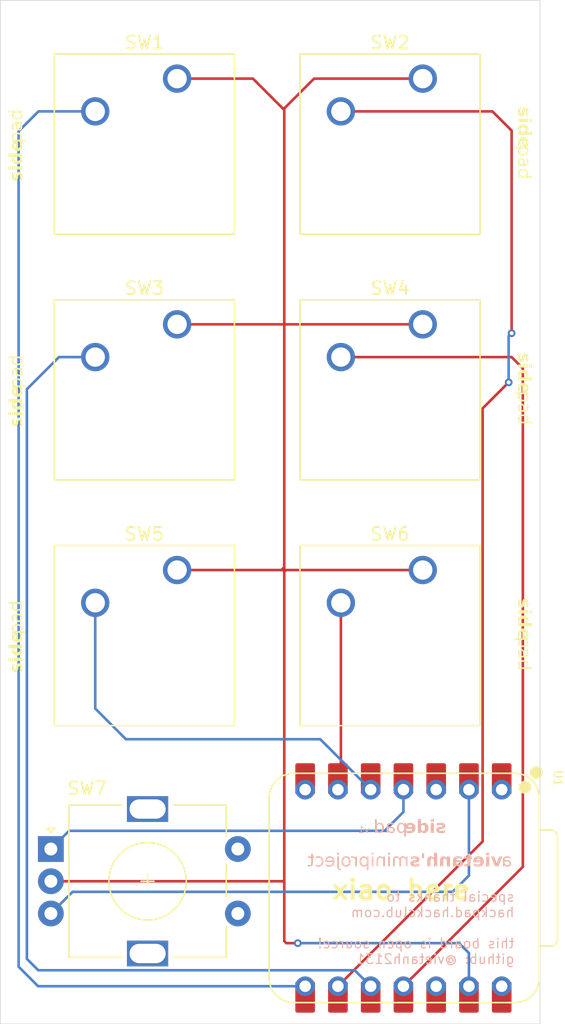
<source format=kicad_pcb>
(kicad_pcb (version 20241229) (generator "pcbnew") (generator_version "9.0")
  (layers (0 "F.Cu" signal) (2 "B.Cu" signal) (13 "F.Paste" user) (15 "B.Paste" user) (5 "F.SilkS" user "F.Silkscreen") (7 "B.SilkS" user "B.Silkscreen") (1 "F.Mask" user) (3 "B.Mask" user) (25 "Edge.Cuts" user))
  (net 0 "")
  (net 1 "GND")
  (net 2 "Net-(U1-GPIO1{slash}RX)")
  (net 3 "Net-(U1-GPIO2{slash}SCK)")
  (net 4 "Net-(U1-GPIO4{slash}MISO)")
  (net 5 "Net-(U1-GPIO3{slash}MOSI)")
  (net 6 "+5V")
  (net 10 "Net-(U1-GPIO6{slash}SDA)")
  (net 11 "Net-(U1-GPIO7{slash}SCL)")
  (net 12 "Net-(U1-GPIO29{slash}ADC3{slash}A3)")
  (net 13 "Net-(U1-GPIO27{slash}ADC1{slash}A1)")
  (net 14 "Net-(D1-DIN)")
  (footprint "Button_Switch_Keyboard:SW_Cherry_MX_1.00u_PCB" (layer "F.Cu") (at 173.99 92.55125)
    (property "Reference" "SW4" (at -2.54 -2.794 0) (layer "F.SilkS"))
    (property "Value" "SW_Push")
    (fp_line (start -9.525 -1.905) (end 4.445 -1.905) (stroke (width 0.12)) (layer "F.SilkS"))
    (fp_line (start -9.525 12.065) (end -9.525 -1.905) (stroke (width 0.12)) (layer "F.SilkS"))
    (fp_line (start 4.445 -1.905) (end 4.445 12.065) (stroke (width 0.12)) (layer "F.SilkS"))
    (fp_line (start 4.445 12.065) (end -9.525 12.065) (stroke (width 0.12)) (layer "F.SilkS"))
    (pad "" np_thru_hole circle (at -7.62 5.08) (size 1.7 1.7) (drill 1.7) (layers "*.Cu" "*.Mask"))
    (pad "" np_thru_hole circle (at -2.54 5.08) (size 4 4) (drill 4) (layers "*.Cu" "*.Mask"))
    (pad "" np_thru_hole circle (at 2.54 5.08) (size 1.7 1.7) (drill 1.7) (layers "*.Cu" "*.Mask"))
    (pad "1" thru_hole circle (at 0 0) (size 2.2 2.2) (drill 1.5) (layers "*.Cu" "*.Mask") (net 1 "GND"))
    (pad "2" thru_hole circle (at -6.35 2.54) (size 2.2 2.2) (drill 1.5) (layers "*.Cu" "*.Mask") (net 5 "Net-(U1-GPIO3{slash}MOSI)"))
  )
  (footprint "OPL:XIAO-RP2040-DIP" (layer "F.Cu") (at 172.49 136.25 -90)
    (property "Reference" "U1" (at -8.5 -12 270) (layer "F.SilkS") (effects (font (size 0.635 0.635) (thickness 0.1016))))
    (property "Value" "XIAO-RP2040-DIP")
    (fp_line (start -6.985 10.414) (end 6.985 10.414) (stroke (width 0.127)) (layer "F.SilkS"))
    (fp_line (start -8.89 8.509) (end -8.89 -8.636) (stroke (width 0.127)) (layer "F.SilkS"))
    (fp_line (start 8.89 8.509) (end 8.89 -8.636) (stroke (width 0.127)) (layer "F.SilkS"))
    (fp_line (start -4.495 -10.541) (end -4.491272 -11.451272) (stroke (width 0.127)) (layer "F.SilkS"))
    (fp_line (start 6.985 -10.541) (end -6.985 -10.541) (stroke (width 0.1)) (layer "F.SilkS"))
    (fp_line (start 6.985 -10.541) (end -6.985 -10.541) (stroke (width 0.127)) (layer "F.SilkS"))
    (fp_line (start 4.504 -11.451) (end 4.504 -10.541) (stroke (width 0.127)) (layer "F.SilkS"))
    (fp_line (start -3.991272 -11.951) (end 4.004 -11.951) (stroke (width 0.127)) (layer "F.SilkS"))
    (fp_arc (start -6.985 10.414) (mid -8.332038 9.856038) (end -8.89 8.509) (stroke (width 0.127)) (layer "F.SilkS"))
    (fp_arc (start 8.89 8.509) (mid 8.332038 9.856038) (end 6.985 10.414) (stroke (width 0.127)) (layer "F.SilkS"))
    (fp_arc (start -8.89 -8.636) (mid -8.332038 -9.983038) (end -6.985 -10.541) (stroke (width 0.127)) (layer "F.SilkS"))
    (fp_arc (start 6.985 -10.541) (mid 8.332038 -9.983038) (end 8.89 -8.636) (stroke (width 0.127)) (layer "F.SilkS"))
    (fp_arc (start -4.491272 -11.451272) (mid -4.344728 -11.80464) (end -3.991272 -11.951) (stroke (width 0.127)) (layer "F.SilkS"))
    (fp_arc (start 4.004 -11.951) (mid 4.357553 -11.804553) (end 4.504 -11.451) (stroke (width 0.127)) (layer "F.SilkS"))
    (fp_circle (center -7.807 -9.42) (end -7.807 -9.674) (stroke (width 0.5)) (fill yes) (layer "F.SilkS"))
    (fp_circle (center -8.95 -10.3) (end -8.95 -10.554) (stroke (width 0.5)) (fill yes) (layer "F.SilkS"))
    (pad "1" smd roundrect (at -8.455 -7.62 90) (size 2.432 1.524) (layers "F.Cu" "F.Mask") (roundrect_rratio 0.1) (net 14 "Net-(D1-DIN)"))
    (pad "1" thru_hole circle (at -7.62 -7.62 90) (size 1.524 1.524) (drill 0.889) (layers "*.Cu" "*.Mask") (net 14 "Net-(D1-DIN)"))
    (pad "2" smd roundrect (at -8.455 -5.08 90) (size 2.432 1.524) (layers "F.Cu" "F.Mask") (roundrect_rratio 0.1) (net 13 "Net-(U1-GPIO27{slash}ADC1{slash}A1)"))
    (pad "2" thru_hole circle (at -7.62 -5.08 90) (size 1.524 1.524) (drill 0.889) (layers "*.Cu" "*.Mask") (net 13 "Net-(U1-GPIO27{slash}ADC1{slash}A1)"))
    (pad "3" smd roundrect (at -8.455 -2.54 90) (size 2.432 1.524) (layers "F.Cu" "F.Mask") (roundrect_rratio 0.1))
    (pad "3" thru_hole circle (at -7.62 -2.54 90) (size 1.524 1.524) (drill 0.889) (layers "*.Cu" "*.Mask"))
    (pad "4" smd roundrect (at -8.455 0 90) (size 2.432 1.524) (layers "F.Cu" "F.Mask") (roundrect_rratio 0.1) (net 12 "Net-(U1-GPIO29{slash}ADC3{slash}A3)"))
    (pad "4" thru_hole circle (at -7.62 0 90) (size 1.524 1.524) (drill 0.889) (layers "*.Cu" "*.Mask") (net 12 "Net-(U1-GPIO29{slash}ADC3{slash}A3)"))
    (pad "5" smd roundrect (at -8.455 2.54 90) (size 2.432 1.524) (layers "F.Cu" "F.Mask") (roundrect_rratio 0.1) (net 10 "Net-(U1-GPIO6{slash}SDA)"))
    (pad "5" thru_hole circle (at -7.62 2.54 90) (size 1.524 1.524) (drill 0.889) (layers "*.Cu" "*.Mask") (net 10 "Net-(U1-GPIO6{slash}SDA)"))
    (pad "6" smd roundrect (at -8.455 5.08 90) (size 2.432 1.524) (layers "F.Cu" "F.Mask") (roundrect_rratio 0.1) (net 11 "Net-(U1-GPIO7{slash}SCL)"))
    (pad "6" thru_hole circle (at -7.62 5.08 90) (size 1.524 1.524) (drill 0.889) (layers "*.Cu" "*.Mask") (net 11 "Net-(U1-GPIO7{slash}SCL)"))
    (pad "7" smd roundrect (at -8.455 7.62 90) (size 2.432 1.524) (layers "F.Cu" "F.Mask") (roundrect_rratio 0.1))
    (pad "7" thru_hole circle (at -7.62 7.62 90) (size 1.524 1.524) (drill 0.889) (layers "*.Cu" "*.Mask"))
    (pad "8" thru_hole circle (at 7.62 7.62 270) (size 1.524 1.524) (drill 0.889) (layers "*.Cu" "*.Mask") (net 2 "Net-(U1-GPIO1{slash}RX)"))
    (pad "8" smd roundrect (at 8.455 7.62 270) (size 2.432 1.524) (layers "F.Cu" "F.Mask") (roundrect_rratio 0.1) (net 2 "Net-(U1-GPIO1{slash}RX)"))
    (pad "9" thru_hole circle (at 7.62 5.08 270) (size 1.524 1.524) (drill 0.889) (layers "*.Cu" "*.Mask") (net 3 "Net-(U1-GPIO2{slash}SCK)"))
    (pad "9" smd roundrect (at 8.455 5.08 270) (size 2.432 1.524) (layers "F.Cu" "F.Mask") (roundrect_rratio 0.1) (net 3 "Net-(U1-GPIO2{slash}SCK)"))
    (pad "10" thru_hole circle (at 7.62 2.54 270) (size 1.524 1.524) (drill 0.889) (layers "*.Cu" "*.Mask") (net 4 "Net-(U1-GPIO4{slash}MISO)"))
    (pad "10" smd roundrect (at 8.455 2.54 270) (size 2.432 1.524) (layers "F.Cu" "F.Mask") (roundrect_rratio 0.1) (net 4 "Net-(U1-GPIO4{slash}MISO)"))
    (pad "11" thru_hole circle (at 7.62 0 270) (size 1.524 1.524) (drill 0.889) (layers "*.Cu" "*.Mask") (net 5 "Net-(U1-GPIO3{slash}MOSI)"))
    (pad "11" smd roundrect (at 8.455 0 270) (size 2.432 1.524) (layers "F.Cu" "F.Mask") (roundrect_rratio 0.1) (net 5 "Net-(U1-GPIO3{slash}MOSI)"))
    (pad "12" thru_hole circle (at 7.62 -2.54 270) (size 1.524 1.524) (drill 0.889) (layers "*.Cu" "*.Mask"))
    (pad "12" smd roundrect (at 8.455 -2.54 270) (size 2.432 1.524) (layers "F.Cu" "F.Mask") (roundrect_rratio 0.1))
    (pad "13" thru_hole circle (at 7.62 -5.08 270) (size 1.524 1.524) (drill 0.889) (layers "*.Cu" "*.Mask") (net 1 "GND"))
    (pad "13" smd roundrect (at 8.455 -5.08 270) (size 2.432 1.524) (layers "F.Cu" "F.Mask") (roundrect_rratio 0.1) (net 1 "GND"))
    (pad "14" thru_hole circle (at 7.62 -7.62 270) (size 1.524 1.524) (drill 0.889) (layers "*.Cu" "*.Mask") (net 6 "+5V"))
    (pad "14" smd roundrect (at 8.455 -7.62 270) (size 2.432 1.524) (layers "F.Cu" "F.Mask") (roundrect_rratio 0.1) (net 6 "+5V"))
  )
  (footprint "Button_Switch_Keyboard:SW_Cherry_MX_1.00u_PCB" (layer "F.Cu") (at 154.94 92.55125)
    (property "Reference" "SW3" (at -2.54 -2.794 0) (layer "F.SilkS"))
    (property "Value" "SW_Push")
    (fp_line (start -9.525 -1.905) (end 4.445 -1.905) (stroke (width 0.12)) (layer "F.SilkS"))
    (fp_line (start -9.525 12.065) (end -9.525 -1.905) (stroke (width 0.12)) (layer "F.SilkS"))
    (fp_line (start 4.445 -1.905) (end 4.445 12.065) (stroke (width 0.12)) (layer "F.SilkS"))
    (fp_line (start 4.445 12.065) (end -9.525 12.065) (stroke (width 0.12)) (layer "F.SilkS"))
    (pad "" np_thru_hole circle (at -7.62 5.08) (size 1.7 1.7) (drill 1.7) (layers "*.Cu" "*.Mask"))
    (pad "" np_thru_hole circle (at -2.54 5.08) (size 4 4) (drill 4) (layers "*.Cu" "*.Mask"))
    (pad "" np_thru_hole circle (at 2.54 5.08) (size 1.7 1.7) (drill 1.7) (layers "*.Cu" "*.Mask"))
    (pad "1" thru_hole circle (at 0 0) (size 2.2 2.2) (drill 1.5) (layers "*.Cu" "*.Mask") (net 1 "GND"))
    (pad "2" thru_hole circle (at -6.35 2.54) (size 2.2 2.2) (drill 1.5) (layers "*.Cu" "*.Mask") (net 4 "Net-(U1-GPIO4{slash}MISO)"))
  )
  (footprint "Button_Switch_Keyboard:SW_Cherry_MX_1.00u_PCB" (layer "F.Cu") (at 154.94 111.60125)
    (property "Reference" "SW5" (at -2.54 -2.794 0) (layer "F.SilkS"))
    (property "Value" "SW_Push")
    (fp_line (start -9.525 -1.905) (end 4.445 -1.905) (stroke (width 0.12)) (layer "F.SilkS"))
    (fp_line (start -9.525 12.065) (end -9.525 -1.905) (stroke (width 0.12)) (layer "F.SilkS"))
    (fp_line (start 4.445 -1.905) (end 4.445 12.065) (stroke (width 0.12)) (layer "F.SilkS"))
    (fp_line (start 4.445 12.065) (end -9.525 12.065) (stroke (width 0.12)) (layer "F.SilkS"))
    (pad "" np_thru_hole circle (at -7.62 5.08) (size 1.7 1.7) (drill 1.7) (layers "*.Cu" "*.Mask"))
    (pad "" np_thru_hole circle (at -2.54 5.08) (size 4 4) (drill 4) (layers "*.Cu" "*.Mask"))
    (pad "" np_thru_hole circle (at 2.54 5.08) (size 1.7 1.7) (drill 1.7) (layers "*.Cu" "*.Mask"))
    (pad "1" thru_hole circle (at 0 0) (size 2.2 2.2) (drill 1.5) (layers "*.Cu" "*.Mask") (net 1 "GND"))
    (pad "2" thru_hole circle (at -6.35 2.54) (size 2.2 2.2) (drill 1.5) (layers "*.Cu" "*.Mask") (net 10 "Net-(U1-GPIO6{slash}SDA)"))
  )
  (footprint "Button_Switch_Keyboard:SW_Cherry_MX_1.00u_PCB" (layer "F.Cu") (at 154.94 73.50125)
    (property "Reference" "SW1" (at -2.54 -2.794 0) (layer "F.SilkS"))
    (property "Value" "SW_Push")
    (fp_line (start -9.525 -1.905) (end 4.445 -1.905) (stroke (width 0.12)) (layer "F.SilkS"))
    (fp_line (start -9.525 12.065) (end -9.525 -1.905) (stroke (width 0.12)) (layer "F.SilkS"))
    (fp_line (start 4.445 -1.905) (end 4.445 12.065) (stroke (width 0.12)) (layer "F.SilkS"))
    (fp_line (start 4.445 12.065) (end -9.525 12.065) (stroke (width 0.12)) (layer "F.SilkS"))
    (pad "" np_thru_hole circle (at -7.62 5.08) (size 1.7 1.7) (drill 1.7) (layers "*.Cu" "*.Mask"))
    (pad "" np_thru_hole circle (at -2.54 5.08) (size 4 4) (drill 4) (layers "*.Cu" "*.Mask"))
    (pad "" np_thru_hole circle (at 2.54 5.08) (size 1.7 1.7) (drill 1.7) (layers "*.Cu" "*.Mask"))
    (pad "1" thru_hole circle (at 0 0) (size 2.2 2.2) (drill 1.5) (layers "*.Cu" "*.Mask") (net 1 "GND"))
    (pad "2" thru_hole circle (at -6.35 2.54) (size 2.2 2.2) (drill 1.5) (layers "*.Cu" "*.Mask") (net 2 "Net-(U1-GPIO1{slash}RX)"))
  )
  (footprint "Rotary:RotaryEncoder_Alps_EC11E-Switch_Vertical_H20mm" (layer "F.Cu") (at 145.15 133.23125)
    (property "Reference" "SW7" (at 2.8 -4.7 0) (layer "F.SilkS"))
    (property "Value" "RotaryEncoder")
    (fp_line (start -0.3 -1.6) (end 0.3 -1.6) (stroke (width 0.12)) (layer "F.SilkS"))
    (fp_line (start 0 -1.3) (end -0.3 -1.6) (stroke (width 0.12)) (layer "F.SilkS"))
    (fp_line (start 0.3 -1.6) (end 0 -1.3) (stroke (width 0.12)) (layer "F.SilkS"))
    (fp_line (start 1.4 -3.4) (end 1.4 8.4) (stroke (width 0.12)) (layer "F.SilkS"))
    (fp_line (start 5.5 -3.4) (end 1.4 -3.4) (stroke (width 0.12)) (layer "F.SilkS"))
    (fp_line (start 5.5 8.4) (end 1.4 8.4) (stroke (width 0.12)) (layer "F.SilkS"))
    (fp_line (start 7 2.5) (end 8 2.5) (stroke (width 0.12)) (layer "F.SilkS"))
    (fp_line (start 7.5 2) (end 7.5 3) (stroke (width 0.12)) (layer "F.SilkS"))
    (fp_line (start 9.5 -3.4) (end 13.6 -3.4) (stroke (width 0.12)) (layer "F.SilkS"))
    (fp_line (start 13.6 -3.4) (end 13.6 -1) (stroke (width 0.12)) (layer "F.SilkS"))
    (fp_line (start 13.6 1.2) (end 13.6 3.8) (stroke (width 0.12)) (layer "F.SilkS"))
    (fp_line (start 13.6 6) (end 13.6 8.4) (stroke (width 0.12)) (layer "F.SilkS"))
    (fp_line (start 13.6 8.4) (end 9.5 8.4) (stroke (width 0.12)) (layer "F.SilkS"))
    (fp_circle (center 7.5 2.5) (end 10.5 2.5) (stroke (width 0.12)) (fill no) (layer "F.SilkS"))
    (pad "A" thru_hole rect (at 0 0) (size 2 2) (drill 1) (layers "*.Cu" "*.Mask") (net 12 "Net-(U1-GPIO29{slash}ADC3{slash}A3)"))
    (pad "B" thru_hole circle (at 0 5) (size 2 2) (drill 1) (layers "*.Cu" "*.Mask") (net 13 "Net-(U1-GPIO27{slash}ADC1{slash}A1)"))
    (pad "C" thru_hole circle (at 0 2.5) (size 2 2) (drill 1) (layers "*.Cu" "*.Mask") (net 1 "GND"))
    (pad "MP" thru_hole rect (at 7.5 -3.1) (size 3.2 2) (drill oval 2.8 1.5) (layers "*.Cu" "*.Mask"))
    (pad "MP" thru_hole rect (at 7.5 8.1) (size 3.2 2) (drill oval 2.8 1.5) (layers "*.Cu" "*.Mask"))
    (pad "S1" thru_hole circle (at 14.5 5) (size 2 2) (drill 1) (layers "*.Cu" "*.Mask"))
    (pad "S2" thru_hole circle (at 14.5 0) (size 2 2) (drill 1) (layers "*.Cu" "*.Mask"))
  )
  (footprint "Button_Switch_Keyboard:SW_Cherry_MX_1.00u_PCB" (layer "F.Cu") (at 173.99 111.60125)
    (property "Reference" "SW6" (at -2.54 -2.794 0) (layer "F.SilkS"))
    (property "Value" "SW_Push")
    (fp_line (start -9.525 -1.905) (end 4.445 -1.905) (stroke (width 0.12)) (layer "F.SilkS"))
    (fp_line (start -9.525 12.065) (end -9.525 -1.905) (stroke (width 0.12)) (layer "F.SilkS"))
    (fp_line (start 4.445 -1.905) (end 4.445 12.065) (stroke (width 0.12)) (layer "F.SilkS"))
    (fp_line (start 4.445 12.065) (end -9.525 12.065) (stroke (width 0.12)) (layer "F.SilkS"))
    (pad "" np_thru_hole circle (at -7.62 5.08) (size 1.7 1.7) (drill 1.7) (layers "*.Cu" "*.Mask"))
    (pad "" np_thru_hole circle (at -2.54 5.08) (size 4 4) (drill 4) (layers "*.Cu" "*.Mask"))
    (pad "" np_thru_hole circle (at 2.54 5.08) (size 1.7 1.7) (drill 1.7) (layers "*.Cu" "*.Mask"))
    (pad "1" thru_hole circle (at 0 0) (size 2.2 2.2) (drill 1.5) (layers "*.Cu" "*.Mask") (net 1 "GND"))
    (pad "2" thru_hole circle (at -6.35 2.54) (size 2.2 2.2) (drill 1.5) (layers "*.Cu" "*.Mask") (net 11 "Net-(U1-GPIO7{slash}SCL)"))
  )
  (footprint "Button_Switch_Keyboard:SW_Cherry_MX_1.00u_PCB" (layer "F.Cu") (at 173.99 73.50125)
    (property "Reference" "SW2" (at -2.54 -2.794 0) (layer "F.SilkS"))
    (property "Value" "SW_Push")
    (fp_line (start -9.525 -1.905) (end 4.445 -1.905) (stroke (width 0.12)) (layer "F.SilkS"))
    (fp_line (start -9.525 12.065) (end -9.525 -1.905) (stroke (width 0.12)) (layer "F.SilkS"))
    (fp_line (start 4.445 -1.905) (end 4.445 12.065) (stroke (width 0.12)) (layer "F.SilkS"))
    (fp_line (start 4.445 12.065) (end -9.525 12.065) (stroke (width 0.12)) (layer "F.SilkS"))
    (pad "" np_thru_hole circle (at -7.62 5.08) (size 1.7 1.7) (drill 1.7) (layers "*.Cu" "*.Mask"))
    (pad "" np_thru_hole circle (at -2.54 5.08) (size 4 4) (drill 4) (layers "*.Cu" "*.Mask"))
    (pad "" np_thru_hole circle (at 2.54 5.08) (size 1.7 1.7) (drill 1.7) (layers "*.Cu" "*.Mask"))
    (pad "1" thru_hole circle (at 0 0) (size 2.2 2.2) (drill 1.5) (layers "*.Cu" "*.Mask") (net 1 "GND"))
    (pad "2" thru_hole circle (at -6.35 2.54) (size 2.2 2.2) (drill 1.5) (layers "*.Cu" "*.Mask") (net 3 "Net-(U1-GPIO2{slash}SCK)"))
  )
  (gr_rect (start 141.23 67.43) (end 183.08 146.79) (stroke (width 0.05)) (fill no) (layer "Edge.Cuts"))
  (gr_text "xiao here" (at 166.79 137.27 0) (layer "F.SilkS") (effects (font (size 1.5 1.5) (thickness 0.3) (bold yes)) (justify left bottom)))
  (gr_text "pad" (at 181.223497 97.712688 -90) (layer "F.SilkS") (effects (font (size 1 1) (thickness 0.1)) (justify left bottom)))
  (gr_text "side" (at 143.086503 100.549812 -270) (layer "F.SilkS") (effects (font (size 1 1) (thickness 0.2) (bold yes)) (justify left bottom)))
  (gr_text "pad" (at 143.086503 116.599812 -270) (layer "F.SilkS") (effects (font (size 1 1) (thickness 0.1)) (justify left bottom)))
  (gr_text "side" (at 181.223497 113.762688 -90) (layer "F.SilkS") (effects (font (size 1 1) (thickness 0.2) (bold yes)) (justify left bottom)))
  (gr_text "pad" (at 181.223497 116.762688 -90) (layer "F.SilkS") (effects (font (size 1 1) (thickness 0.1)) (justify left bottom)))
  (gr_text "pad" (at 143.086503 97.549812 -270) (layer "F.SilkS") (effects (font (size 1 1) (thickness 0.1)) (justify left bottom)))
  (gr_text "side" (at 143.086503 119.599812 -270) (layer "F.SilkS") (effects (font (size 1 1) (thickness 0.2) (bold yes)) (justify left bottom)))
  (gr_text "pad" (at 181.223497 78.662688 -90) (layer "F.SilkS") (effects (font (size 1 1) (thickness 0.1)) (justify left bottom)))
  (gr_text "side" (at 181.223497 75.662688 -90) (layer "F.SilkS") (effects (font (size 1 1) (thickness 0.2) (bold yes)) (justify left bottom)))
  (gr_text "side" (at 143.086503 81.499812 -270) (layer "F.SilkS") (effects (font (size 1 1) (thickness 0.2) (bold yes)) (justify left bottom)))
  (gr_text "side" (at 181.223497 94.712688 -90) (layer "F.SilkS") (effects (font (size 1 1) (thickness 0.2) (bold yes)) (justify left bottom)))
  (gr_text "pad" (at 143.086503 78.499812 -270) (layer "F.SilkS") (effects (font (size 1 1) (thickness 0.1)) (justify left bottom)))
  (gr_text "pad" (at 172.8 132.15 0) (layer "B.SilkS") (effects (font (size 1 1) (thickness 0.1)) (justify left bottom mirror)))
  (gr_text "vietanh's \n" (at 176.33 134.75 0) (layer "B.SilkS") (effects (font (size 1 1) (thickness 0.1)) (justify bottom mirror)))
  (gr_text "special thanks to\nhackpad.hackclub.com\n\nthis board is open source!\ngithub: @vietanh2131" (at 181.151438 142.2 0) (layer "B.SilkS") (effects (font (size 0.75 0.75) (thickness 0.09375)) (justify left bottom mirror)))
  (gr_text "a" (at 180.93 134.75 0) (layer "B.SilkS") (effects (font (size 1 1) (thickness 0.1)) (justify left bottom mirror)))
  (gr_text "miniproject\n" (at 172.93 134.75 0) (layer "B.SilkS") (effects (font (size 1 1) (thickness 0.1)) (justify left bottom mirror)))
  (gr_text "side" (at 175.8 132.15 0) (layer "B.SilkS") (effects (font (size 1 1) (thickness 0.2) (bold yes)) (justify left bottom mirror)))
  (gr_text "v1" (at 169.88 132.03 0) (layer "B.SilkS") (effects (font (size 0.5 0.5) (thickness 0.0625)) (justify left bottom mirror)))
  (segment (start 163.25 75.93) (end 163.25 111.38) (width 0.2) (layer "F.Cu") (net 1))
  (segment (start 163.25 75.93) (end 163.25 75.81) (width 0.2) (layer "F.Cu") (net 1))
  (segment (start 163.25 75.81) (end 165.55875 73.50125) (width 0.2) (layer "F.Cu") (net 1))
  (segment (start 173.99 111.60125) (end 163.37875 111.60125) (width 0.2) (layer "F.Cu") (net 1))
  (segment (start 163.25 75.93) (end 160.82125 73.50125) (width 0.2) (layer "F.Cu") (net 1))
  (segment (start 163.25 140.37) (end 163.25 135.84) (width 0.2) (layer "F.Cu") (net 1))
  (segment (start 164.3 140.53) (end 163.41 140.53) (width 0.2) (layer "F.Cu") (net 1))
  (segment (start 173.99 92.55125) (end 154.94 92.55125) (width 0.2) (layer "F.Cu") (net 1))
  (segment (start 163.02875 111.60125) (end 163.37875 111.60125) (width 0.2) (layer "F.Cu") (net 1))
  (segment (start 160.82125 73.50125) (end 154.94 73.50125) (width 0.2) (layer "F.Cu") (net 1))
  (segment (start 165.55875 73.50125) (end 173.99 73.50125) (width 0.2) (layer "F.Cu") (net 1))
  (segment (start 163.41 140.53) (end 163.25 140.37) (width 0.2) (layer "F.Cu") (net 1))
  (segment (start 145.15 135.73125) (end 163.14125 135.73125) (width 0.2) (layer "F.Cu") (net 1))
  (segment (start 154.94 111.60125) (end 163.02875 111.60125) (width 0.2) (layer "F.Cu") (net 1))
  (segment (start 163.02875 111.60125) (end 163.25 111.38) (width 0.2) (layer "F.Cu") (net 1))
  (segment (start 163.25 135.84) (end 163.25 111.73) (width 0.2) (layer "F.Cu") (net 1))
  (segment (start 163.14125 135.73125) (end 163.25 135.84) (width 0.2) (layer "F.Cu") (net 1))
  (segment (start 163.25 111.73) (end 163.25 111.38) (width 0.2) (layer "F.Cu") (net 1))
  (segment (start 163.37875 111.60125) (end 163.25 111.73) (width 0.2) (layer "F.Cu") (net 1))
  (via (at 164.3 140.53) (size 0.6) (drill 0.3) (layers "F.Cu" "B.Cu") (net 1))
  (segment (start 176.8 140.53) (end 164.3 140.53) (width 0.2) (layer "B.Cu") (net 1))
  (segment (start 177.57 141.3) (end 176.8 140.53) (width 0.2) (layer "B.Cu") (net 1))
  (segment (start 177.57 143.87) (end 177.57 141.3) (width 0.2) (layer "B.Cu") (net 1))
  (segment (start 144.16 143.87) (end 164.87 143.87) (width 0.2) (layer "B.Cu") (net 2))
  (segment (start 142.65 77.58) (end 142.65 142.36) (width 0.2) (layer "B.Cu") (net 2))
  (segment (start 142.65 142.36) (end 144.16 143.87) (width 0.2) (layer "B.Cu") (net 2))
  (segment (start 144.18875 76.04125) (end 142.65 77.58) (width 0.2) (layer "B.Cu") (net 2))
  (segment (start 148.59 76.04125) (end 144.18875 76.04125) (width 0.2) (layer "B.Cu") (net 2))
  (segment (start 167.41 143.87) (end 178.633 132.647) (width 0.2) (layer "F.Cu") (net 3))
  (segment (start 178.633 132.647) (end 178.633 99.067) (width 0.2) (layer "F.Cu") (net 3))
  (segment (start 180.88 77.53) (end 179.39125 76.04125) (width 0.2) (layer "F.Cu") (net 3))
  (segment (start 180.88 93.24) (end 180.88 77.53) (width 0.2) (layer "F.Cu") (net 3))
  (segment (start 179.39125 76.04125) (end 167.64 76.04125) (width 0.2) (layer "F.Cu") (net 3))
  (segment (start 178.633 99.067) (end 180.65 97.05) (width 0.2) (layer "F.Cu") (net 3))
  (via (at 180.65 97.05) (size 0.6) (drill 0.3) (layers "F.Cu" "B.Cu") (net 3))
  (via (at 180.88 93.24) (size 0.6) (drill 0.3) (layers "F.Cu" "B.Cu") (net 3))
  (segment (start 180.65 93.47) (end 180.88 93.24) (width 0.2) (layer "B.Cu") (net 3))
  (segment (start 180.65 97.05) (end 180.65 93.47) (width 0.2) (layer "B.Cu") (net 3))
  (segment (start 145.77875 95.09125) (end 148.59 95.09125) (width 0.2) (layer "B.Cu") (net 4))
  (segment (start 144.17225 142.63225) (end 143.29 141.75) (width 0.2) (layer "B.Cu") (net 4))
  (segment (start 143.29 141.75) (end 143.29 97.58) (width 0.2) (layer "B.Cu") (net 4))
  (segment (start 169.95 143.87) (end 168.71225 142.63225) (width 0.2) (layer "B.Cu") (net 4))
  (segment (start 168.71225 142.63225) (end 144.17225 142.63225) (width 0.2) (layer "B.Cu") (net 4))
  (segment (start 143.29 97.58) (end 145.77875 95.09125) (width 0.2) (layer "B.Cu") (net 4))
  (segment (start 181.75 95.96) (end 180.88125 95.09125) (width 0.2) (layer "F.Cu") (net 5))
  (segment (start 181.75 134.61) (end 181.75 95.96) (width 0.2) (layer "F.Cu") (net 5))
  (segment (start 180.88125 95.09125) (end 167.64 95.09125) (width 0.2) (layer "F.Cu") (net 5))
  (segment (start 172.49 143.87) (end 181.75 134.61) (width 0.2) (layer "F.Cu") (net 5))
  (segment (start 150.97 124.72) (end 148.59 122.34) (width 0.2) (layer "B.Cu") (net 10))
  (segment (start 148.59 122.34) (end 148.59 114.14125) (width 0.2) (layer "B.Cu") (net 10))
  (segment (start 169.95 128.63) (end 166.04 124.72) (width 0.2) (layer "B.Cu") (net 10))
  (segment (start 166.04 124.72) (end 150.97 124.72) (width 0.2) (layer "B.Cu") (net 10))
  (segment (start 167.41 128.63) (end 167.64 128.4) (width 0.2) (layer "F.Cu") (net 11))
  (segment (start 167.64 128.4) (end 167.64 114.14125) (width 0.2) (layer "F.Cu") (net 11))
  (segment (start 172.49 130.36) (end 172.49 128.63) (width 0.2) (layer "B.Cu") (net 12))
  (segment (start 146.56125 131.82) (end 171.11 131.82) (width 0.2) (layer "B.Cu") (net 12))
  (segment (start 145.15 133.23125) (end 146.56125 131.82) (width 0.2) (layer "B.Cu") (net 12))
  (segment (start 171.11 131.82) (end 171.11 131.74) (width 0.2) (layer "B.Cu") (net 12))
  (segment (start 171.11 131.74) (end 172.49 130.36) (width 0.2) (layer "B.Cu") (net 12))
  (segment (start 176.31 136.55) (end 177.58 135.28) (width 0.2) (layer "B.Cu") (net 13))
  (segment (start 177.57 135.27) (end 177.57 128.63) (width 0.2) (layer "B.Cu") (net 13))
  (segment (start 145.15 138.23125) (end 146.83125 136.55) (width 0.2) (layer "B.Cu") (net 13))
  (segment (start 177.58 135.28) (end 177.57 135.27) (width 0.2) (layer "B.Cu") (net 13))
  (segment (start 146.83125 136.55) (end 176.31 136.55) (width 0.2) (layer "B.Cu") (net 13))
)
</source>
